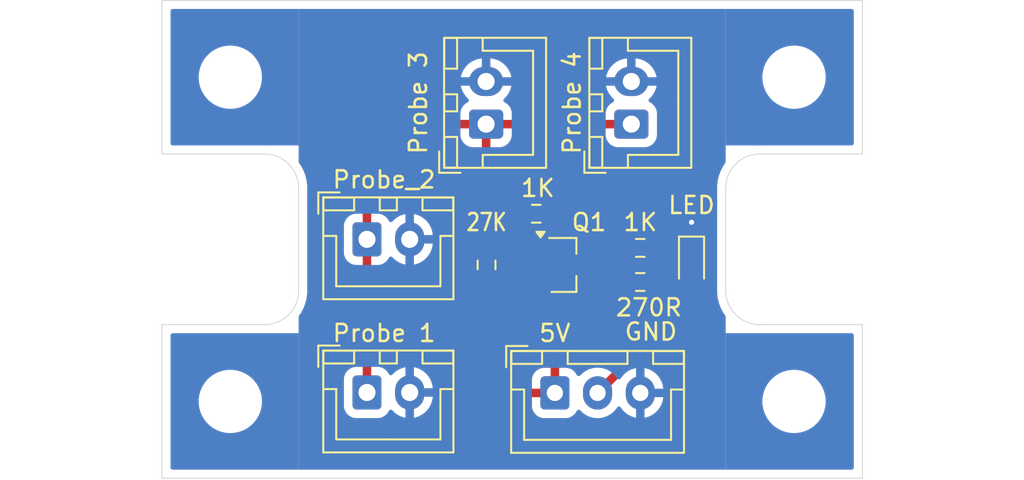
<source format=kicad_pcb>
(kicad_pcb (version 20240108) (generator "pcbnew") (generator_version "8.0")
  (layers (0 "F.Cu" signal) (31 "B.Cu" signal) (34 "B.Paste" user) (35 "F.Paste" user) (36 "B.SilkS" user "B.Silkscreen") (37 "F.SilkS" user "F.Silkscreen") (38 "B.Mask" user) (39 "F.Mask" user) (44 "Edge.Cuts" user))
  (net 0 "")
  (net 1 "GND")
  (net 2 "Net-(LED1-A)")
  (net 3 "Net-(J1-Pin_2)")
  (net 4 "+5V")
  (net 5 "Net-(J2-Pin_1)")
  (net 6 "Net-(Q1-B)")
  (footprint "Connector_JST:JST_XH_B2B-XH-A_1x02_P2.50mm_Vertical" (layer "F.Cu") (at 94.475 72.25 90)
    (property "Reference" "J4" (hide yes))
    (property "Value" "Probe 4" (at 1.25 -3.475 90) (layer "F.SilkS"))
    (fp_line (start -1.6 -2.75) (end -2.85 -2.75) (stroke (width 0.12)) (layer "F.SilkS"))
    (fp_line (start -2.85 -2.75) (end -2.85 -1.5) (stroke (width 0.12)) (layer "F.SilkS"))
    (fp_line (start 5.06 -2.46) (end -2.56 -2.46) (stroke (width 0.12)) (layer "F.SilkS"))
    (fp_line (start -2.56 -2.46) (end -2.56 3.51) (stroke (width 0.12)) (layer "F.SilkS"))
    (fp_line (start 5.05 -2.45) (end 3.25 -2.45) (stroke (width 0.12)) (layer "F.SilkS"))
    (fp_line (start 3.25 -2.45) (end 3.25 -1.7) (stroke (width 0.12)) (layer "F.SilkS"))
    (fp_line (start 1.75 -2.45) (end 0.75 -2.45) (stroke (width 0.12)) (layer "F.SilkS"))
    (fp_line (start 0.75 -2.45) (end 0.75 -1.7) (stroke (width 0.12)) (layer "F.SilkS"))
    (fp_line (start -0.75 -2.45) (end -2.55 -2.45) (stroke (width 0.12)) (layer "F.SilkS"))
    (fp_line (start -2.55 -2.45) (end -2.55 -1.7) (stroke (width 0.12)) (layer "F.SilkS"))
    (fp_line (start 5.05 -1.7) (end 5.05 -2.45) (stroke (width 0.12)) (layer "F.SilkS"))
    (fp_line (start 3.25 -1.7) (end 5.05 -1.7) (stroke (width 0.12)) (layer "F.SilkS"))
    (fp_line (start 1.75 -1.7) (end 1.75 -2.45) (stroke (width 0.12)) (layer "F.SilkS"))
    (fp_line (start 0.75 -1.7) (end 1.75 -1.7) (stroke (width 0.12)) (layer "F.SilkS"))
    (fp_line (start -0.75 -1.7) (end -0.75 -2.45) (stroke (width 0.12)) (layer "F.SilkS"))
    (fp_line (start -2.55 -1.7) (end -0.75 -1.7) (stroke (width 0.12)) (layer "F.SilkS"))
    (fp_line (start 5.05 -0.2) (end 4.3 -0.2) (stroke (width 0.12)) (layer "F.SilkS"))
    (fp_line (start 4.3 -0.2) (end 4.3 2.75) (stroke (width 0.12)) (layer "F.SilkS"))
    (fp_line (start -1.8 -0.2) (end -1.8 2.75) (stroke (width 0.12)) (layer "F.SilkS"))
    (fp_line (start -2.55 -0.2) (end -1.8 -0.2) (stroke (width 0.12)) (layer "F.SilkS"))
    (fp_line (start 4.3 2.75) (end 1.25 2.75) (stroke (width 0.12)) (layer "F.SilkS"))
    (fp_line (start -1.8 2.75) (end 1.25 2.75) (stroke (width 0.12)) (layer "F.SilkS"))
    (fp_line (start 5.06 3.51) (end 5.06 -2.46) (stroke (width 0.12)) (layer "F.SilkS"))
    (fp_line (start -2.56 3.51) (end 5.06 3.51) (stroke (width 0.12)) (layer "F.SilkS"))
    (pad "1" thru_hole roundrect (at 0 0 90) (size 1.7 2) (drill 1) (layers "*.Cu" "*.Mask") (roundrect_rratio 0.147059) (net 5 "Net-(J2-Pin_1)"))
    (pad "2" thru_hole oval (at 2.5 0 90) (size 1.7 2) (drill 1) (layers "*.Cu" "*.Mask") (net 1 "GND"))
  )
  (footprint "Connector_JST:JST_XH_B2B-XH-A_1x02_P2.50mm_Vertical" (layer "F.Cu") (at 79 79)
    (property "Reference" "J5" (hide yes))
    (property "Value" "Probe_2" (at 1 -3.5 0) (layer "F.SilkS"))
    (fp_line (start -2.85 -2.75) (end -2.85 -1.5) (stroke (width 0.12)) (layer "F.SilkS"))
    (fp_line (start -2.56 -2.46) (end -2.56 3.51) (stroke (width 0.12)) (layer "F.SilkS"))
    (fp_line (start -2.56 3.51) (end 5.06 3.51) (stroke (width 0.12)) (layer "F.SilkS"))
    (fp_line (start -2.55 -2.45) (end -2.55 -1.7) (stroke (width 0.12)) (layer "F.SilkS"))
    (fp_line (start -2.55 -1.7) (end -0.75 -1.7) (stroke (width 0.12)) (layer "F.SilkS"))
    (fp_line (start -2.55 -0.2) (end -1.8 -0.2) (stroke (width 0.12)) (layer "F.SilkS"))
    (fp_line (start -1.8 -0.2) (end -1.8 2.75) (stroke (width 0.12)) (layer "F.SilkS"))
    (fp_line (start -1.8 2.75) (end 1.25 2.75) (stroke (width 0.12)) (layer "F.SilkS"))
    (fp_line (start -1.6 -2.75) (end -2.85 -2.75) (stroke (width 0.12)) (layer "F.SilkS"))
    (fp_line (start -0.75 -2.45) (end -2.55 -2.45) (stroke (width 0.12)) (layer "F.SilkS"))
    (fp_line (start -0.75 -1.7) (end -0.75 -2.45) (stroke (width 0.12)) (layer "F.SilkS"))
    (fp_line (start 0.75 -2.45) (end 0.75 -1.7) (stroke (width 0.12)) (layer "F.SilkS"))
    (fp_line (start 0.75 -1.7) (end 1.75 -1.7) (stroke (width 0.12)) (layer "F.SilkS"))
    (fp_line (start 1.75 -2.45) (end 0.75 -2.45) (stroke (width 0.12)) (layer "F.SilkS"))
    (fp_line (start 1.75 -1.7) (end 1.75 -2.45) (stroke (width 0.12)) (layer "F.SilkS"))
    (fp_line (start 3.25 -2.45) (end 3.25 -1.7) (stroke (width 0.12)) (layer "F.SilkS"))
    (fp_line (start 3.25 -1.7) (end 5.05 -1.7) (stroke (width 0.12)) (layer "F.SilkS"))
    (fp_line (start 4.3 -0.2) (end 4.3 2.75) (stroke (width 0.12)) (layer "F.SilkS"))
    (fp_line (start 4.3 2.75) (end 1.25 2.75) (stroke (width 0.12)) (layer "F.SilkS"))
    (fp_line (start 5.05 -2.45) (end 3.25 -2.45) (stroke (width 0.12)) (layer "F.SilkS"))
    (fp_line (start 5.05 -1.7) (end 5.05 -2.45) (stroke (width 0.12)) (layer "F.SilkS"))
    (fp_line (start 5.05 -0.2) (end 4.3 -0.2) (stroke (width 0.12)) (layer "F.SilkS"))
    (fp_line (start 5.06 -2.46) (end -2.56 -2.46) (stroke (width 0.12)) (layer "F.SilkS"))
    (fp_line (start 5.06 3.51) (end 5.06 -2.46) (stroke (width 0.12)) (layer "F.SilkS"))
    (pad "1" thru_hole roundrect (at 0 0) (size 1.7 2) (drill 1) (layers "*.Cu" "*.Mask") (roundrect_rratio 0.147059) (net 5 "Net-(J2-Pin_1)"))
    (pad "2" thru_hole oval (at 2.5 0) (size 1.7 2) (drill 1) (layers "*.Cu" "*.Mask") (net 1 "GND"))
  )
  (footprint "Resistor_SMD:R_0603_1608Metric_Pad0.98x0.95mm_HandSolder" (layer "F.Cu") (at 95 79.5)
    (property "Reference" "R2" (hide yes))
    (property "Value" "1K" (at 0 -1.5 0) (layer "F.SilkS"))
    (fp_line (start -0.254724 -0.5225) (end 0.254724 -0.5225) (stroke (width 0.12)) (layer "F.SilkS"))
    (fp_line (start -0.254724 0.5225) (end 0.254724 0.5225) (stroke (width 0.12)) (layer "F.SilkS"))
    (pad "1" smd roundrect (at -0.9125 0) (size 0.975 0.95) (layers "F.Cu" "F.Paste" "F.Mask") (net 3 "Net-(J1-Pin_2)"))
    (pad "2" smd roundrect (at 0.9125 0) (size 0.975 0.95) (layers "F.Cu" "F.Paste" "F.Mask") (net 1 "GND"))
  )
  (footprint "MountingHole:MountingHole_3.2mm_M3_ISO14580" (layer "F.Cu") (at 71 88.5)
    (property "Reference" "REF**" (hide yes))
    (property "Value" "MountingHole_3.2mm_M3_ISO14580")
    (pad "" np_thru_hole circle (at 0 0) (size 3.2 3.2) (drill 3.2) (layers "*.Cu" "*.Mask"))
  )
  (footprint "Connector_JST:JST_XH_B2B-XH-A_1x02_P2.50mm_Vertical" (layer "F.Cu") (at 85.975 72.25 90)
    (property "Reference" "J2" (hide yes))
    (property "Value" "Probe 3" (at 1.25 -3.975 90) (layer "F.SilkS"))
    (fp_line (start -1.6 -2.75) (end -2.85 -2.75) (stroke (width 0.12)) (layer "F.SilkS"))
    (fp_line (start -2.85 -2.75) (end -2.85 -1.5) (stroke (width 0.12)) (layer "F.SilkS"))
    (fp_line (start 5.06 -2.46) (end -2.56 -2.46) (stroke (width 0.12)) (layer "F.SilkS"))
    (fp_line (start -2.56 -2.46) (end -2.56 3.51) (stroke (width 0.12)) (layer "F.SilkS"))
    (fp_line (start 5.05 -2.45) (end 3.25 -2.45) (stroke (width 0.12)) (layer "F.SilkS"))
    (fp_line (start 3.25 -2.45) (end 3.25 -1.7) (stroke (width 0.12)) (layer "F.SilkS"))
    (fp_line (start 1.75 -2.45) (end 0.75 -2.45) (stroke (width 0.12)) (layer "F.SilkS"))
    (fp_line (start 0.75 -2.45) (end 0.75 -1.7) (stroke (width 0.12)) (layer "F.SilkS"))
    (fp_line (start -0.75 -2.45) (end -2.55 -2.45) (stroke (width 0.12)) (layer "F.SilkS"))
    (fp_line (start -2.55 -2.45) (end -2.55 -1.7) (stroke (width 0.12)) (layer "F.SilkS"))
    (fp_line (start 5.05 -1.7) (end 5.05 -2.45) (stroke (width 0.12)) (layer "F.SilkS"))
    (fp_line (start 3.25 -1.7) (end 5.05 -1.7) (stroke (width 0.12)) (layer "F.SilkS"))
    (fp_line (start 1.75 -1.7) (end 1.75 -2.45) (stroke (width 0.12)) (layer "F.SilkS"))
    (fp_line (start 0.75 -1.7) (end 1.75 -1.7) (stroke (width 0.12)) (layer "F.SilkS"))
    (fp_line (start -0.75 -1.7) (end -0.75 -2.45) (stroke (width 0.12)) (layer "F.SilkS"))
    (fp_line (start -2.55 -1.7) (end -0.75 -1.7) (stroke (width 0.12)) (layer "F.SilkS"))
    (fp_line (start 5.05 -0.2) (end 4.3 -0.2) (stroke (width 0.12)) (layer "F.SilkS"))
    (fp_line (start 4.3 -0.2) (end 4.3 2.75) (stroke (width 0.12)) (layer "F.SilkS"))
    (fp_line (start -1.8 -0.2) (end -1.8 2.75) (stroke (width 0.12)) (layer "F.SilkS"))
    (fp_line (start -2.55 -0.2) (end -1.8 -0.2) (stroke (width 0.12)) (layer "F.SilkS"))
    (fp_line (start 4.3 2.75) (end 1.25 2.75) (stroke (width 0.12)) (layer "F.SilkS"))
    (fp_line (start -1.8 2.75) (end 1.25 2.75) (stroke (width 0.12)) (layer "F.SilkS"))
    (fp_line (start 5.06 3.51) (end 5.06 -2.46) (stroke (width 0.12)) (layer "F.SilkS"))
    (fp_line (start -2.56 3.51) (end 5.06 3.51) (stroke (width 0.12)) (layer "F.SilkS"))
    (pad "1" thru_hole roundrect (at 0 0 90) (size 1.7 2) (drill 1) (layers "*.Cu" "*.Mask") (roundrect_rratio 0.147059) (net 5 "Net-(J2-Pin_1)"))
    (pad "2" thru_hole oval (at 2.5 0 90) (size 1.7 2) (drill 1) (layers "*.Cu" "*.Mask") (net 1 "GND"))
  )
  (footprint "MountingHole:MountingHole_3.2mm_M3_ISO14580" (layer "F.Cu") (at 71 69.5)
    (property "Reference" "REF**" (hide yes))
    (property "Value" "MountingHole_3.2mm_M3_ISO14580")
    (pad "" np_thru_hole circle (at 0 0) (size 3.2 3.2) (drill 3.2) (layers "*.Cu" "*.Mask"))
  )
  (footprint "Connector_JST:JST_XH_B2B-XH-A_1x02_P2.50mm_Vertical" (layer "F.Cu") (at 79 87.975)
    (property "Reference" "J3" (hide yes))
    (property "Value" "Probe 1" (at 1 -3.475 0) (layer "F.SilkS"))
    (fp_line (start -2.85 -2.75) (end -2.85 -1.5) (stroke (width 0.12)) (layer "F.SilkS"))
    (fp_line (start -2.56 -2.46) (end -2.56 3.51) (stroke (width 0.12)) (layer "F.SilkS"))
    (fp_line (start -2.56 3.51) (end 5.06 3.51) (stroke (width 0.12)) (layer "F.SilkS"))
    (fp_line (start -2.55 -2.45) (end -2.55 -1.7) (stroke (width 0.12)) (layer "F.SilkS"))
    (fp_line (start -2.55 -1.7) (end -0.75 -1.7) (stroke (width 0.12)) (layer "F.SilkS"))
    (fp_line (start -2.55 -0.2) (end -1.8 -0.2) (stroke (width 0.12)) (layer "F.SilkS"))
    (fp_line (start -1.8 -0.2) (end -1.8 2.75) (stroke (width 0.12)) (layer "F.SilkS"))
    (fp_line (start -1.8 2.75) (end 1.25 2.75) (stroke (width 0.12)) (layer "F.SilkS"))
    (fp_line (start -1.6 -2.75) (end -2.85 -2.75) (stroke (width 0.12)) (layer "F.SilkS"))
    (fp_line (start -0.75 -2.45) (end -2.55 -2.45) (stroke (width 0.12)) (layer "F.SilkS"))
    (fp_line (start -0.75 -1.7) (end -0.75 -2.45) (stroke (width 0.12)) (layer "F.SilkS"))
    (fp_line (start 0.75 -2.45) (end 0.75 -1.7) (stroke (width 0.12)) (layer "F.SilkS"))
    (fp_line (start 0.75 -1.7) (end 1.75 -1.7) (stroke (width 0.12)) (layer "F.SilkS"))
    (fp_line (start 1.75 -2.45) (end 0.75 -2.45) (stroke (width 0.12)) (layer "F.SilkS"))
    (fp_line (start 1.75 -1.7) (end 1.75 -2.45) (stroke (width 0.12)) (layer "F.SilkS"))
    (fp_line (start 3.25 -2.45) (end 3.25 -1.7) (stroke (width 0.12)) (layer "F.SilkS"))
    (fp_line (start 3.25 -1.7) (end 5.05 -1.7) (stroke (width 0.12)) (layer "F.SilkS"))
    (fp_line (start 4.3 -0.2) (end 4.3 2.75) (stroke (width 0.12)) (layer "F.SilkS"))
    (fp_line (start 4.3 2.75) (end 1.25 2.75) (stroke (width 0.12)) (layer "F.SilkS"))
    (fp_line (start 5.05 -2.45) (end 3.25 -2.45) (stroke (width 0.12)) (layer "F.SilkS"))
    (fp_line (start 5.05 -1.7) (end 5.05 -2.45) (stroke (width 0.12)) (layer "F.SilkS"))
    (fp_line (start 5.05 -0.2) (end 4.3 -0.2) (stroke (width 0.12)) (layer "F.SilkS"))
    (fp_line (start 5.06 -2.46) (end -2.56 -2.46) (stroke (width 0.12)) (layer "F.SilkS"))
    (fp_line (start 5.06 3.51) (end 5.06 -2.46) (stroke (width 0.12)) (layer "F.SilkS"))
    (pad "1" thru_hole roundrect (at 0 0) (size 1.7 2) (drill 1) (layers "*.Cu" "*.Mask") (roundrect_rratio 0.147059) (net 5 "Net-(J2-Pin_1)"))
    (pad "2" thru_hole oval (at 2.5 0) (size 1.7 2) (drill 1) (layers "*.Cu" "*.Mask") (net 1 "GND"))
  )
  (footprint "LED_SMD:LED_0603_1608Metric_Pad1.05x0.95mm_HandSolder" (layer "F.Cu") (at 98 80.5 -90)
    (property "Reference" "LED1" (hide yes))
    (property "Value" "LED" (at -3.5 0 180) (layer "F.SilkS"))
    (fp_line (start -1.66 0.735) (end 0.8 0.735) (stroke (width 0.12)) (layer "F.SilkS"))
    (fp_line (start -1.66 -0.735) (end -1.66 0.735) (stroke (width 0.12)) (layer "F.SilkS"))
    (fp_line (start 0.8 -0.735) (end -1.66 -0.735) (stroke (width 0.12)) (layer "F.SilkS"))
    (pad "1" smd roundrect (at -0.875 0 270) (size 1.05 0.95) (layers "F.Cu" "F.Paste" "F.Mask") (net 1 "GND"))
    (pad "2" smd roundrect (at 0.875 0 270) (size 1.05 0.95) (layers "F.Cu" "F.Paste" "F.Mask") (net 2 "Net-(LED1-A)"))
  )
  (footprint "MountingHole:MountingHole_3.2mm_M3_ISO14580" (layer "F.Cu") (at 104 88.5)
    (property "Reference" "REF**" (hide yes))
    (property "Value" "MountingHole_3.2mm_M3_ISO14580")
    (pad "" np_thru_hole circle (at 0 0) (size 3.2 3.2) (drill 3.2) (layers "*.Cu" "*.Mask"))
  )
  (footprint "Resistor_SMD:R_0603_1608Metric_Pad0.98x0.95mm_HandSolder" (layer "F.Cu") (at 88.9125 77.5 180)
    (property "Reference" "R4" (hide yes))
    (property "Value" "1K" (at -0.0875 1.5 180) (layer "F.SilkS"))
    (fp_line (start -0.254724 0.5225) (end 0.254724 0.5225) (stroke (width 0.12)) (layer "F.SilkS"))
    (fp_line (start -0.254724 -0.5225) (end 0.254724 -0.5225) (stroke (width 0.12)) (layer "F.SilkS"))
    (pad "1" smd roundrect (at -0.9125 0 180) (size 0.975 0.95) (layers "F.Cu" "F.Paste" "F.Mask") (net 6 "Net-(Q1-B)"))
    (pad "2" smd roundrect (at 0.9125 0 180) (size 0.975 0.95) (layers "F.Cu" "F.Paste" "F.Mask") (net 5 "Net-(J2-Pin_1)"))
  )
  (footprint "Resistor_SMD:R_0603_1608Metric_Pad0.98x0.95mm_HandSolder" (layer "F.Cu") (at 86 80.5 90)
    (property "Reference" "R3" (hide yes))
    (property "Value" "27K" (at 2.5 0 180) (layer "F.SilkS") (effects (font (size 1 0.8))))
    (fp_line (start -0.254724 -0.5225) (end 0.254724 -0.5225) (stroke (width 0.12)) (layer "F.SilkS"))
    (fp_line (start -0.254724 0.5225) (end 0.254724 0.5225) (stroke (width 0.12)) (layer "F.SilkS"))
    (pad "1" smd roundrect (at -0.9125 0 90) (size 0.975 0.95) (layers "F.Cu" "F.Paste" "F.Mask") (net 4 "+5V"))
    (pad "2" smd roundrect (at 0.9125 0 90) (size 0.975 0.95) (layers "F.Cu" "F.Paste" "F.Mask") (net 6 "Net-(Q1-B)"))
  )
  (footprint "Package_TO_SOT_SMD:SOT-23_Handsoldering" (layer "F.Cu") (at 90.5 80.5)
    (property "Reference" "Q1" (at 1.5 -2.5 0) (layer "F.SilkS"))
    (property "Value" "BC859W" (hide yes))
    (fp_line (start -0.04 -1.58) (end -0.84 -1.58) (stroke (width 0.12)) (layer "F.SilkS"))
    (fp_line (start -0.04 -1.58) (end 0.76 -1.58) (stroke (width 0.12)) (layer "F.SilkS"))
    (fp_line (start 0.76 -1.58) (end 0.76 -0.65) (stroke (width 0.12)) (layer "F.SilkS"))
    (fp_line (start 0.76 1.58) (end -0.7 1.58) (stroke (width 0.12)) (layer "F.SilkS"))
    (fp_line (start 0.76 1.58) (end 0.76 0.65) (stroke (width 0.12)) (layer "F.SilkS"))
    (fp_poly (pts (xy -1.34 -1.61) (xy -1.58 -1.94) (xy -1.1 -1.94) (xy -1.34 -1.61)) (stroke (width 0.12)) (fill solid) (layer "F.SilkS"))
    (pad "1" smd roundrect (at -1.5 -0.95) (size 1.9 0.8) (layers "F.Cu" "F.Paste" "F.Mask") (net 6 "Net-(Q1-B)"))
    (pad "2" smd roundrect (at -1.5 0.95) (size 1.9 0.8) (layers "F.Cu" "F.Paste" "F.Mask") (net 4 "+5V"))
    (pad "3" smd roundrect (at 1.5 0) (size 1.9 0.8) (layers "F.Cu" "F.Paste" "F.Mask") (net 3 "Net-(J1-Pin_2)"))
  )
  (footprint "Connector_JST:JST_XH_B3B-XH-A_1x03_P2.50mm_Vertical" (layer "F.Cu") (at 90 88)
    (property "Reference" "J1" (hide yes))
    (property "Value" "5V" (at 0 -3.5 0) (layer "F.SilkS"))
    (fp_line (start -2.85 -2.75) (end -2.85 -1.5) (stroke (width 0.12)) (layer "F.SilkS"))
    (fp_line (start -2.56 -2.46) (end -2.56 3.51) (stroke (width 0.12)) (layer "F.SilkS"))
    (fp_line (start -2.56 3.51) (end 7.56 3.51) (stroke (width 0.12)) (layer "F.SilkS"))
    (fp_line (start -2.55 -2.45) (end -2.55 -1.7) (stroke (width 0.12)) (layer "F.SilkS"))
    (fp_line (start -2.55 -1.7) (end -0.75 -1.7) (stroke (width 0.12)) (layer "F.SilkS"))
    (fp_line (start -2.55 -0.2) (end -1.8 -0.2) (stroke (width 0.12)) (layer "F.SilkS"))
    (fp_line (start -1.8 -0.2) (end -1.8 2.75) (stroke (width 0.12)) (layer "F.SilkS"))
    (fp_line (start -1.8 2.75) (end 2.5 2.75) (stroke (width 0.12)) (layer "F.SilkS"))
    (fp_line (start -1.6 -2.75) (end -2.85 -2.75) (stroke (width 0.12)) (layer "F.SilkS"))
    (fp_line (start -0.75 -2.45) (end -2.55 -2.45) (stroke (width 0.12)) (layer "F.SilkS"))
    (fp_line (start -0.75 -1.7) (end -0.75 -2.45) (stroke (width 0.12)) (layer "F.SilkS"))
    (fp_line (start 0.75 -2.45) (end 0.75 -1.7) (stroke (width 0.12)) (layer "F.SilkS"))
    (fp_line (start 0.75 -1.7) (end 4.25 -1.7) (stroke (width 0.12)) (layer "F.SilkS"))
    (fp_line (start 4.25 -2.45) (end 0.75 -2.45) (stroke (width 0.12)) (layer "F.SilkS"))
    (fp_line (start 4.25 -1.7) (end 4.25 -2.45) (stroke (width 0.12)) (layer "F.SilkS"))
    (fp_line (start 5.75 -2.45) (end 5.75 -1.7) (stroke (width 0.12)) (layer "F.SilkS"))
    (fp_line (start 5.75 -1.7) (end 7.55 -1.7) (stroke (width 0.12)) (layer "F.SilkS"))
    (fp_line (start 6.8 -0.2) (end 6.8 2.75) (stroke (width 0.12)) (layer "F.SilkS"))
    (fp_line (start 6.8 2.75) (end 2.5 2.75) (stroke (width 0.12)) (layer "F.SilkS"))
    (fp_line (start 7.55 -2.45) (end 5.75 -2.45) (stroke (width 0.12)) (layer "F.SilkS"))
    (fp_line (start 7.55 -1.7) (end 7.55 -2.45) (stroke (width 0.12)) (layer "F.SilkS"))
    (fp_line (start 7.55 -0.2) (end 6.8 -0.2) (stroke (width 0.12)) (layer "F.SilkS"))
    (fp_line (start 7.56 -2.46) (end -2.56 -2.46) (stroke (width 0.12)) (layer "F.SilkS"))
    (fp_line (start 7.56 3.51) (end 7.56 -2.46) (stroke (width 0.12)) (layer "F.SilkS"))
    (pad "1" thru_hole roundrect (at 0 0) (size 1.7 1.95) (drill 0.95) (layers "*.Cu" "*.Mask") (roundrect_rratio 0.147059) (net 4 "+5V"))
    (pad "2" thru_hole oval (at 2.5 0) (size 1.7 1.95) (drill 0.95) (layers "*.Cu" "*.Mask") (net 3 "Net-(J1-Pin_2)"))
    (pad "3" thru_hole oval (at 5 0) (size 1.7 1.95) (drill 0.95) (layers "*.Cu" "*.Mask") (net 1 "GND"))
  )
  (footprint "Resistor_SMD:R_0603_1608Metric_Pad0.98x0.95mm_HandSolder" (layer "F.Cu") (at 95 81.5)
    (property "Reference" "R1" (hide yes))
    (property "Value" "270R" (at 0.5 1.5 0) (layer "F.SilkS"))
    (fp_line (start -0.254724 -0.5225) (end 0.254724 -0.5225) (stroke (width 0.12)) (layer "F.SilkS"))
    (fp_line (start -0.254724 0.5225) (end 0.254724 0.5225) (stroke (width 0.12)) (layer "F.SilkS"))
    (pad "1" smd roundrect (at -0.9125 0) (size 0.975 0.95) (layers "F.Cu" "F.Paste" "F.Mask") (net 3 "Net-(J1-Pin_2)"))
    (pad "2" smd roundrect (at 0.9125 0) (size 0.975 0.95) (layers "F.Cu" "F.Paste" "F.Mask") (net 2 "Net-(LED1-A)"))
  )
  (footprint "MountingHole:MountingHole_3.2mm_M3_ISO14580" (layer "F.Cu") (at 104 69.5)
    (property "Reference" "REF**" (hide yes))
    (property "Value" "MountingHole_3.2mm_M3_ISO14580")
    (pad "" np_thru_hole circle (at 0 0) (size 3.2 3.2) (drill 3.2) (layers "*.Cu" "*.Mask"))
  )
  (gr_line (start 73 74) (end 67 74) (stroke (width 0.05)) (layer "Edge.Cuts"))
  (gr_line (start 108 74) (end 102 74) (stroke (width 0.05)) (layer "Edge.Cuts"))
  (gr_line (start 67 74) (end 67 65) (stroke (width 0.05)) (layer "Edge.Cuts"))
  (gr_arc (start 100 76) (mid 100.585786 74.585786) (end 102 74) (stroke (width 0.05)) (layer "Edge.Cuts"))
  (gr_line (start 75 82) (end 75 76) (stroke (width 0.05)) (layer "Edge.Cuts"))
  (gr_line (start 67 93) (end 67 84) (stroke (width 0.05)) (layer "Edge.Cuts"))
  (gr_arc (start 75 82) (mid 74.414214 83.414214) (end 73 84) (stroke (width 0.05)) (layer "Edge.Cuts"))
  (gr_line (start 102 84) (end 108 84) (stroke (width 0.05)) (layer "Edge.Cuts"))
  (gr_line (start 100 76) (end 100 82) (stroke (width 0.05)) (layer "Edge.Cuts"))
  (gr_line (start 67 65) (end 108 65) (stroke (width 0.05)) (layer "Edge.Cuts"))
  (gr_line (start 108 74) (end 108 65) (stroke (width 0.05)) (layer "Edge.Cuts"))
  (gr_arc (start 73 74) (mid 74.414214 74.585786) (end 75 76) (stroke (width 0.05)) (layer "Edge.Cuts"))
  (gr_arc (start 102 84) (mid 100.585786 83.414214) (end 100 82) (stroke (width 0.05)) (layer "Edge.Cuts"))
  (gr_line (start 108 93) (end 108 84) (stroke (width 0.05)) (layer "Edge.Cuts"))
  (gr_line (start 108 93) (end 67 93) (stroke (width 0.05)) (layer "Edge.Cuts"))
  (gr_line (start 67 84) (end 73 84) (stroke (width 0.05)) (layer "Edge.Cuts"))
  (gr_text "GND" (at 94 85 0) (layer "F.SilkS") (effects (font (size 1 1)) (justify left bottom)))
  (segment (start 95.9125 79.5) (end 97.875 79.5) (width 0.5) (layer "F.Cu") (net 1))
  (segment (start 97.875 79.5) (end 98 79.625) (width 0.5) (layer "F.Cu") (net 1))
  (segment (start 98 79.625) (end 98 78) (width 0.5) (layer "F.Cu") (net 1))
  (via (at 98 78) (size 0.6) (drill 0.3) (layers "F.Cu" "B.Cu") (net 1))
  (segment (start 97.875 81.5) (end 98 81.375) (width 0.2) (layer "F.Cu") (net 2))
  (segment (start 98 81.375) (end 96.0375 81.375) (width 0.5) (layer "F.Cu") (net 2))
  (segment (start 96.0375 81.375) (end 95.9125 81.5) (width 0.5) (layer "F.Cu") (net 2))
  (segment (start 94.0875 86.4125) (end 92.5 88) (width 0.5) (layer "F.Cu") (net 3))
  (segment (start 91.5 80.5) (end 92.175 80.5) (width 0.2) (layer "F.Cu") (net 3))
  (segment (start 94.0875 79.5) (end 94.0875 81.5) (width 0.5) (layer "F.Cu") (net 3))
  (segment (start 94.0875 81.5) (end 93 81.5) (width 0.5) (layer "F.Cu") (net 3))
  (segment (start 94.0875 81.5) (end 94.0875 86.4125) (width 0.5) (layer "F.Cu") (net 3))
  (segment (start 93 81.5) (end 92 80.5) (width 0.5) (layer "F.Cu") (net 3))
  (segment (start 88.9625 81.4125) (end 89 81.45) (width 0.2) (layer "F.Cu") (net 4))
  (segment (start 80.75 72.25) (end 79 74) (width 0.5) (layer "F.Cu") (net 5))
  (segment (start 85.975 72.25) (end 80.75 72.25) (width 0.5) (layer "F.Cu") (net 5))
  (segment (start 85.975 74.975) (end 88 77) (width 0.5) (layer "F.Cu") (net 5))
  (segment (start 79 87.975) (end 79 79) (width 0.5) (layer "F.Cu") (net 5))
  (segment (start 85.975 72.25) (end 94.475 72.25) (width 0.5) (layer "F.Cu") (net 5))
  (segment (start 88 77) (end 88 77.5) (width 0.5) (layer "F.Cu") (net 5))
  (segment (start 85.975 72.25) (end 85.975 74.975) (width 0.5) (layer "F.Cu") (net 5))
  (segment (start 86.475 72.25) (end 85.975 72.25) (width 0.2) (layer "F.Cu") (net 5))
  (segment (start 79 74) (end 79 79) (width 0.5) (layer "F.Cu") (net 5))
  (segment (start 90 77.675) (end 89.825 77.5) (width 0.5) (layer "F.Cu") (net 6))
  (segment (start 89.2375 79.5875) (end 89.5 79.85) (width 0.2) (layer "F.Cu") (net 6))
  (segment (start 86 79.5875) (end 88.9625 79.5875) (width 0.5) (layer "F.Cu") (net 6))
  (segment (start 89 79.55) (end 90 78.55) (width 0.5) (layer "F.Cu") (net 6))
  (segment (start 90 78.55) (end 90 77.675) (width 0.5) (layer "F.Cu") (net 6))
  (segment (start 88.9625 79.5875) (end 89 79.55) (width 0.5) (layer "F.Cu") (net 6))
  (segment (start 89.5 79.85) (end 89.825 79.525) (width 0.2) (layer "F.Cu") (net 6))
  (zone (net 4) (net_name "+5V") (layer "F.Cu") (priority 1) (connect_pads (clearance 0.5)) (min_thickness 0.25) (fill yes (thermal_gap 0.5) (thermal_bridge_width 0.5))
    (polygon (pts (xy 87 89.5) (xy 85 85) (xy 85 81) (xy 86 80.5) (xy 90 80.5) (xy 91 81.5) (xy 91 89) (xy 90.5 89.5)))
  )
  (zone (net 1) (net_name "GND") (layer "B.Cu") (priority 3) (connect_pads (clearance 0.5)) (min_thickness 0.25) (fill yes (thermal_gap 0.5) (thermal_bridge_width 0.5))
    (polygon (pts (xy 100 84.5) (xy 107.5 84.5) (xy 107.5 92.5) (xy 100 92.5)))
  )
  (zone (net 1) (net_name "GND") (layer "B.Cu") (connect_pads (clearance 0.5)) (min_thickness 0.25) (fill yes (thermal_gap 0.5) (thermal_bridge_width 0.5))
    (polygon (pts (xy 100 65) (xy 100 93) (xy 75 93) (xy 75 65)))
  )
  (zone (net 1) (net_name "GND") (layer "B.Cu") (priority 3) (connect_pads (clearance 0.5)) (min_thickness 0.25) (fill yes (thermal_gap 0.5) (thermal_bridge_width 0.5))
    (polygon (pts (xy 67.5 84.5) (xy 75 84.5) (xy 75 92.5) (xy 67.5 92.5)))
  )
  (zone (net 1) (net_name "GND") (layer "B.Cu") (priority 3) (connect_pads (clearance 0.5)) (min_thickness 0.25) (fill yes (thermal_gap 0.5) (thermal_bridge_width 0.5))
    (polygon (pts (xy 100 65.5) (xy 107.5 65.5) (xy 107.5 73.5) (xy 100 73.5)))
  )
  (zone (net 1) (net_name "GND") (layer "B.Cu") (priority 3) (connect_pads (clearance 0.5)) (min_thickness 0.25) (fill yes (thermal_gap 0.5) (thermal_bridge_width 0.5))
    (polygon (pts (xy 67.5 65.5) (xy 75 65.5) (xy 75 73.5) (xy 67.5 73.5)))
  )
)
</source>
